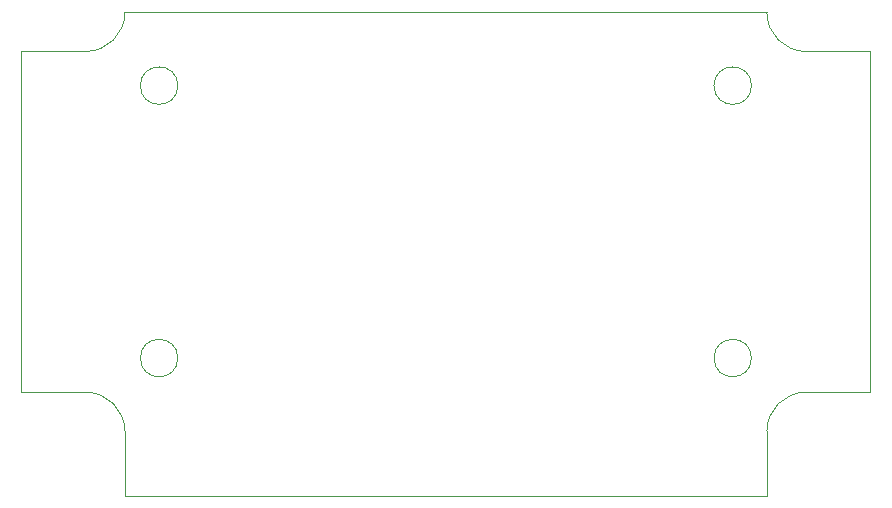
<source format=gbr>
%TF.GenerationSoftware,KiCad,Pcbnew,(5.1.8-0-10_14)*%
%TF.CreationDate,2021-08-05T18:18:29-06:00*%
%TF.ProjectId,ESP8266_Water_Sensor,45535038-3236-4365-9f57-617465725f53,rev?*%
%TF.SameCoordinates,Original*%
%TF.FileFunction,Profile,NP*%
%FSLAX46Y46*%
G04 Gerber Fmt 4.6, Leading zero omitted, Abs format (unit mm)*
G04 Created by KiCad (PCBNEW (5.1.8-0-10_14)) date 2021-08-05 18:18:29*
%MOMM*%
%LPD*%
G01*
G04 APERTURE LIST*
%TA.AperFunction,Profile*%
%ADD10C,0.050000*%
%TD*%
%TA.AperFunction,Profile*%
%ADD11C,0.025400*%
%TD*%
G04 APERTURE END LIST*
D10*
X125222000Y-83870800D02*
X179578000Y-83870800D01*
D11*
X129705100Y-90068400D02*
G75*
G03*
X129705100Y-90068400I-1587500J0D01*
G01*
X129705100Y-113131600D02*
G75*
G03*
X129705100Y-113131600I-1587500J0D01*
G01*
X178269900Y-113131600D02*
G75*
G03*
X178269900Y-113131600I-1587500J0D01*
G01*
X178269900Y-90068400D02*
G75*
G03*
X178269900Y-90068400I-1587500J0D01*
G01*
X121920000Y-116027200D02*
X116459000Y-116027200D01*
X125222000Y-119329200D02*
X125222000Y-124790200D01*
X121920000Y-116027200D02*
G75*
G02*
X125222000Y-119329200I0J-3302000D01*
G01*
X121920000Y-87172800D02*
X116459000Y-87172800D01*
X125222000Y-83870800D02*
G75*
G02*
X121920000Y-87172800I-3302000J0D01*
G01*
X182880000Y-116027200D02*
X188341000Y-116027200D01*
X179578000Y-119329200D02*
X179578000Y-124790200D01*
X179578000Y-119329200D02*
G75*
G02*
X182880000Y-116027200I3302000J0D01*
G01*
X182880000Y-87172800D02*
G75*
G02*
X179578000Y-83870800I0J3302000D01*
G01*
X182880000Y-87172800D02*
X188341000Y-87172800D01*
X116459000Y-87172800D02*
X116459000Y-116027200D01*
X188341000Y-87172800D02*
X188341000Y-116027200D01*
X125222000Y-124790200D02*
X179578000Y-124790200D01*
M02*

</source>
